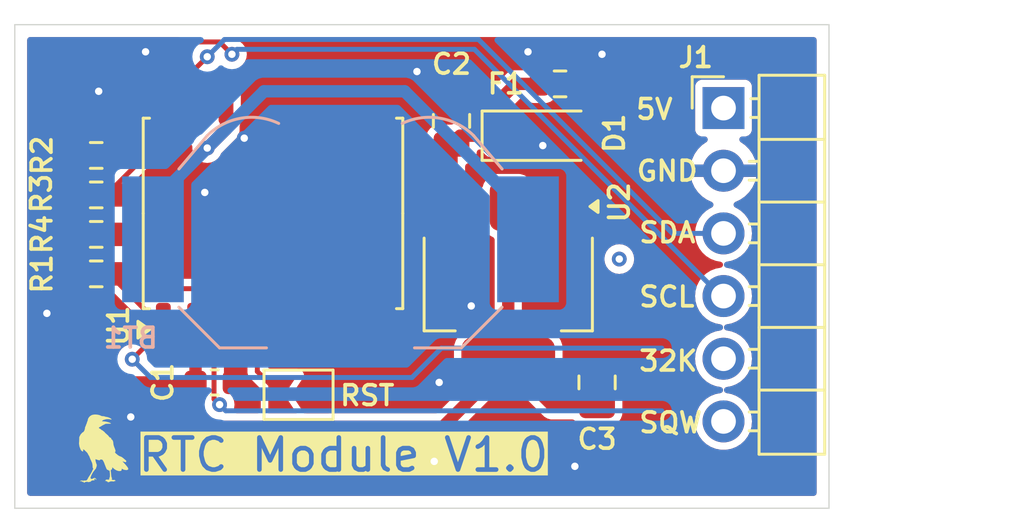
<source format=kicad_pcb>
(kicad_pcb (version 20240108) (generator "pcbnew") (generator_version "8.0")
  (layers (0 "F.Cu" signal) (31 "B.Cu" signal) (34 "B.Paste" user) (35 "F.Paste" user) (36 "B.SilkS" user "B.Silkscreen") (37 "F.SilkS" user "F.Silkscreen") (38 "B.Mask" user) (39 "F.Mask" user) (44 "Edge.Cuts" user))
  (net 0 "")
  (net 1 "GND")
  (net 2 "3.3V")
  (net 3 "Net-(D1-K)")
  (net 4 "5V")
  (net 5 "/SDA")
  (net 6 "/32KHZ")
  (net 7 "/SQW")
  (net 8 "/SCL")
  (net 9 "Net-(BT1-+)")
  (net 10 "/RST")
  (footprint "Resistor_SMD:R_0603_1608Metric" (layer "F.Cu") (at 151.2 61.9 180)
    (property "Reference" "F1" (at 2.2 0 0) (layer "F.SilkS") (effects (font (size 0.8 0.8))))
    (property "Value" "F0603FA0500V063TM")
    (pad "1" smd roundrect (at -0.825 0 180) (size 0.8 0.95) (layers "F.Cu" "F.Paste" "F.Mask") (net 4 "5V"))
    (pad "2" smd roundrect (at 0.825 0 180) (size 0.8 0.95) (layers "F.Cu" "F.Paste" "F.Mask") (net 3 "Net-(D1-K)"))
  )
  (footprint "Connector_PinHeader_2.54mm:PinHeader_1x06_P2.54mm_Horizontal" (layer "F.Cu") (at 157.825 62.88)
    (property "Reference" "J1" (at -1.125 -2.05 0) (layer "F.SilkS") (effects (font (size 0.8 0.8))))
    (property "Value" "DZ254W-11-06-65")
    (pad "1" thru_hole rect (at 0 0) (size 1.7 1.7) (drill 1) (layers "*.Cu" "*.Mask") (net 4 "5V"))
    (pad "2" thru_hole oval (at 0 2.54) (size 1.7 1.7) (drill 1) (layers "*.Cu" "*.Mask") (net 1 "GND"))
    (pad "3" thru_hole oval (at 0 5.08) (size 1.7 1.7) (drill 1) (layers "*.Cu" "*.Mask") (net 5 "/SDA"))
    (pad "4" thru_hole oval (at 0 7.62) (size 1.7 1.7) (drill 1) (layers "*.Cu" "*.Mask") (net 8 "/SCL"))
    (pad "5" thru_hole oval (at 0 10.16) (size 1.7 1.7) (drill 1) (layers "*.Cu" "*.Mask") (net 6 "/32KHZ"))
    (pad "6" thru_hole oval (at 0 12.7) (size 1.7 1.7) (drill 1) (layers "*.Cu" "*.Mask") (net 7 "/SQW"))
  )
  (footprint "LOGO" (layer "F.Cu") (at 132.7 76.7)
    (property "Reference" "G***" (hide yes))
    (property "Value" "LOGO" (hide yes))
  )
  (footprint "Package_SO:SOIC-16W_7.5x10.3mm_P1.27mm" (layer "F.Cu") (at 139.565 67.15 90)
    (property "Reference" "U1" (at -4.55 -6.265 -90) (layer "F.SilkS") (effects (font (size 0.8 0.8))))
    (property "Value" "DS3231SN#T&R")
    (pad "1" smd roundrect (at -4.65 -4.445 90) (size 2.05 0.6) (layers "F.Cu" "F.Paste" "F.Mask") (net 6 "/32KHZ"))
    (pad "2" smd roundrect (at -4.650001 -3.175 90) (size 2.05 0.6) (layers "F.Cu" "F.Paste" "F.Mask") (net 2 "3.3V"))
    (pad "3" smd roundrect (at -4.65 -1.905 90) (size 2.05 0.6) (layers "F.Cu" "F.Paste" "F.Mask") (net 7 "/SQW"))
    (pad "4" smd roundrect (at -4.65 -0.635 90) (size 2.05 0.6) (layers "F.Cu" "F.Paste" "F.Mask") (net 10 "/RST"))
    (pad "5" smd roundrect (at -4.65 0.635 90) (size 2.05 0.6) (layers "F.Cu" "F.Paste" "F.Mask") (net 1 "GND"))
    (pad "6" smd roundrect (at -4.65 1.905 90) (size 2.05 0.6) (layers "F.Cu" "F.Paste" "F.Mask") (net 1 "GND"))
    (pad "7" smd roundrect (at -4.650001 3.175 90) (size 2.05 0.6) (layers "F.Cu" "F.Paste" "F.Mask") (net 1 "GND"))
    (pad "8" smd roundrect (at -4.65 4.445 90) (size 2.05 0.6) (layers "F.Cu" "F.Paste" "F.Mask") (net 1 "GND"))
    (pad "9" smd roundrect (at 4.65 4.445 90) (size 2.05 0.6) (layers "F.Cu" "F.Paste" "F.Mask") (net 1 "GND"))
    (pad "10" smd roundrect (at 4.650001 3.175 90) (size 2.05 0.6) (layers "F.Cu" "F.Paste" "F.Mask") (net 1 "GND"))
    (pad "11" smd roundrect (at 4.65 1.905 90) (size 2.05 0.6) (layers "F.Cu" "F.Paste" "F.Mask") (net 1 "GND"))
    (pad "12" smd roundrect (at 4.65 0.635 90) (size 2.05 0.6) (layers "F.Cu" "F.Paste" "F.Mask") (net 1 "GND"))
    (pad "13" smd roundrect (at 4.65 -0.635 90) (size 2.05 0.6) (layers "F.Cu" "F.Paste" "F.Mask") (net 1 "GND"))
    (pad "14" smd roundrect (at 4.65 -1.905 90) (size 2.05 0.6) (layers "F.Cu" "F.Paste" "F.Mask") (net 9 "Net-(BT1-+)"))
    (pad "15" smd roundrect (at 4.650001 -3.175 90) (size 2.05 0.6) (layers "F.Cu" "F.Paste" "F.Mask") (net 5 "/SDA"))
    (pad "16" smd roundrect (at 4.65 -4.445 90) (size 2.05 0.6) (layers "F.Cu" "F.Paste" "F.Mask") (net 8 "/SCL"))
  )
  (footprint "Capacitor_SMD:C_0805_2012Metric" (layer "F.Cu") (at 152.7 74 90)
    (property "Reference" "C3" (at -2.300001 0 0) (layer "F.SilkS") (effects (font (size 0.8 0.8))))
    (property "Value" "22uF/10V")
    (pad "1" smd roundrect (at -0.949999 0 90) (size 1 1.45) (layers "F.Cu" "F.Paste" "F.Mask") (net 2 "3.3V"))
    (pad "2" smd roundrect (at 0.949999 0 90) (size 1 1.45) (layers "F.Cu" "F.Paste" "F.Mask") (net 1 "GND"))
  )
  (footprint "Diode_SMD:D_SOD-123" (layer "F.Cu") (at 150.4 64)
    (property "Reference" "D1" (at 3 -0.1 90) (layer "F.SilkS") (effects (font (size 0.8 0.8))))
    (property "Value" "MM1Z4V7")
    (pad "1" smd roundrect (at -1.65 0) (size 0.9 1.2) (layers "F.Cu" "F.Paste" "F.Mask") (net 3 "Net-(D1-K)"))
    (pad "2" smd roundrect (at 1.65 0) (size 0.9 1.2) (layers "F.Cu" "F.Paste" "F.Mask") (net 1 "GND"))
  )
  (footprint "Resistor_SMD:R_0603_1608Metric" (layer "F.Cu") (at 132.4 68)
    (property "Reference" "R4" (at -2.2 0 90) (layer "F.SilkS") (effects (font (size 0.8 0.8))))
    (property "Value" "4k7")
    (pad "1" smd roundrect (at -0.825 0) (size 0.8 0.95) (layers "F.Cu" "F.Paste" "F.Mask") (net 2 "3.3V"))
    (pad "2" smd roundrect (at 0.825 0) (size 0.8 0.95) (layers "F.Cu" "F.Paste" "F.Mask") (net 7 "/SQW"))
  )
  (footprint "Resistor_SMD:R_0603_1608Metric" (layer "F.Cu") (at 132.4 66.4)
    (property "Reference" "R3" (at -2.225 -0.06 90) (layer "F.SilkS") (effects (font (size 0.8 0.8))))
    (property "Value" "4k7")
    (pad "1" smd roundrect (at -0.825 0) (size 0.8 0.95) (layers "F.Cu" "F.Paste" "F.Mask") (net 2 "3.3V"))
    (pad "2" smd roundrect (at 0.825 0) (size 0.8 0.95) (layers "F.Cu" "F.Paste" "F.Mask") (net 5 "/SDA"))
  )
  (footprint "Capacitor_SMD:C_0805_2012Metric" (layer "F.Cu") (at 146.8 63.4 90)
    (property "Reference" "C2" (at 2.3 0 0) (layer "F.SilkS") (effects (font (size 0.8 0.8))))
    (property "Value" "10uF/10V")
    (pad "1" smd roundrect (at -0.949999 0 90) (size 1 1.45) (layers "F.Cu" "F.Paste" "F.Mask") (net 3 "Net-(D1-K)"))
    (pad "2" smd roundrect (at 0.949999 0 90) (size 1 1.45) (layers "F.Cu" "F.Paste" "F.Mask") (net 1 "GND"))
  )
  (footprint "Resistor_SMD:R_0603_1608Metric" (layer "F.Cu") (at 132.4 69.6)
    (property "Reference" "R1" (at -2.2 0 90) (layer "F.SilkS") (effects (font (size 0.8 0.8))))
    (property "Value" "4k7")
    (pad "1" smd roundrect (at -0.825 0) (size 0.8 0.95) (layers "F.Cu" "F.Paste" "F.Mask") (net 2 "3.3V"))
    (pad "2" smd roundrect (at 0.825 0) (size 0.8 0.95) (layers "F.Cu" "F.Paste" "F.Mask") (net 6 "/32KHZ"))
  )
  (footprint "Capacitor_SMD:C_0603_1608Metric" (layer "F.Cu") (at 137.2 74)
    (property "Reference" "C1" (at -2.1 0 90) (layer "F.SilkS") (effects (font (size 0.8 0.8))))
    (property "Value" "100n/10V")
    (pad "1" smd roundrect (at -0.775 0) (size 0.9 0.95) (layers "F.Cu" "F.Paste" "F.Mask") (net 2 "3.3V"))
    (pad "2" smd roundrect (at 0.775 0) (size 0.9 0.95) (layers "F.Cu" "F.Paste" "F.Mask") (net 1 "GND"))
  )
  (footprint "Jumper:SolderJumper-2_P1.3mm_Open_TrianglePad1.0x1.5mm" (layer "F.Cu") (at 140.6 74.5 180)
    (property "Reference" "JP1" (hide yes))
    (property "Value" "SolderJumper_2_Open")
    (pad "1" smd custom (at -0.724999 0 180) (size 0.3 0.3) (layers "F.Cu" "F.Mask") (net 1 "GND") (options (clearance outline) (anchor rect)) (primitives (gr_poly (pts (xy 1 0) (xy 0.5 0.75) (xy -0.5 0.75) (xy -0.5 -0.75) (xy 0.5 -0.75)) (width 0) (fill yes))))
    (pad "2" smd custom (at 0.724999 0 180) (size 0.3 0.3) (layers "F.Cu" "F.Mask") (net 10 "/RST") (options (clearance outline) (anchor rect)) (primitives (gr_poly (pts (xy 0.5 0.75) (xy -0.65 0.75) (xy -0.15 0) (xy -0.65 -0.75) (xy 0.5 -0.75)) (width 0) (fill yes))))
  )
  (footprint "Resistor_SMD:R_0603_1608Metric" (layer "F.Cu") (at 132.4 64.8)
    (property "Reference" "R2" (at -2.2 0 90) (layer "F.SilkS") (effects (font (size 0.8 0.8))))
    (property "Value" "4k7")
    (pad "1" smd roundrect (at -0.825 0) (size 0.8 0.95) (layers "F.Cu" "F.Paste" "F.Mask") (net 2 "3.3V"))
    (pad "2" smd roundrect (at 0.825 0) (size 0.8 0.95) (layers "F.Cu" "F.Paste" "F.Mask") (net 8 "/SCL"))
  )
  (footprint "Package_TO_SOT_SMD:SOT-223-3_TabPin2" (layer "F.Cu") (at 149.1 70 -90)
    (property "Reference" "U2" (at -3.3 -4.5 -90) (layer "F.SilkS") (effects (font (size 0.8 0.8))))
    (property "Value" "AMS1117-3.3")
    (pad "1" smd roundrect (at -3.15 -2.3 270) (size 2 1.5) (layers "F.Cu" "F.Paste" "F.Mask") (net 1 "GND"))
    (pad "2" smd roundrect (at -3.149999 0 270) (size 2 1.5) (layers "F.Cu" "F.Paste" "F.Mask") (net 2 "3.3V"))
    (pad "2" smd roundrect (at 3.149999 0 270) (size 2 3.8) (layers "F.Cu" "F.Paste" "F.Mask") (net 2 "3.3V"))
    (pad "3" smd roundrect (at -3.15 2.3 270) (size 2 1.5) (layers "F.Cu" "F.Paste" "F.Mask") (net 3 "Net-(D1-K)"))
  )
  (footprint "Battery:BatteryHolder_LINX_BAT-HLD-012-SMT" (layer "B.Cu") (at 142.3 68.2)
    (property "Reference" "BT1" (at -8.5 4 0) (layer "B.SilkS") (effects (font (size 0.8 0.8)) (justify mirror)))
    (property "Value" "Battery_Cell")
    (pad "1" smd rect (at -7.600001 0) (size 2.5 5.1) (layers "B.Cu" "B.Paste" "B.Mask") (net 9 "Net-(BT1-+)"))
    (pad "1" smd rect (at 7.600001 0) (size 2.5 5.1) (layers "B.Cu" "B.Paste" "B.Mask") (net 9 "Net-(BT1-+)"))
    (pad "2" smd circle (at 0 0) (size 10.2 10.2) (layers "B.Cu" "B.Mask") (net 1 "GND"))
  )
  (gr_line (start 162.1 59.5) (end 162.1 79.1) (stroke (width 0.05)) (layer "Edge.Cuts"))
  (gr_line (start 162.1 79.1) (end 129.1 79.1) (stroke (width 0.05)) (layer "Edge.Cuts"))
  (gr_line (start 129.1 79.1) (end 129.1 59.5) (stroke (width 0.05)) (layer "Edge.Cuts"))
  (gr_line (start 129.1 59.5) (end 162.1 59.5) (stroke (width 0.05)) (layer "Edge.Cuts"))
  (gr_text "GND" (at 154.225 65.9 0) (layer "F.SilkS") (effects (font (size 0.8 0.8) (thickness 0.15) (bold yes)) (justify left bottom)))
  (gr_text "RST" (at 142.2 75 0) (layer "F.SilkS") (effects (font (size 0.8 0.8)) (justify left bottom)))
  (gr_text "SCL" (at 154.325 71 0) (layer "F.SilkS") (effects (font (size 0.8 0.8) (thickness 0.15) (bold yes)) (justify left bottom)))
  (gr_text "SQW" (at 154.325 76.1 0) (layer "F.SilkS") (effects (font (size 0.8 0.8) (thickness 0.15) (bold yes)) (justify left bottom)))
  (gr_text "SDA" (at 154.325 68.4 0) (layer "F.SilkS") (effects (font (size 0.8 0.8) (thickness 0.15) (bold yes)) (justify left bottom)))
  (gr_text "32K" (at 154.325 73.6 0) (layer "F.SilkS") (effects (font (size 0.8 0.8) (thickness 0.15) (bold yes)) (justify left bottom)))
  (gr_text "RTC Module V1.0" (at 134 77.7 0) (layer "F.SilkS" knockout) (effects (font (size 1.3 1.3) (thickness 0.1875)) (justify left bottom)))
  (gr_text "5V" (at 154.2 63.4 0) (layer "F.SilkS") (effects (font (size 0.8 0.8) (thickness 0.15) (bold yes)) (justify left bottom)))
  (via (at 153.6 69) (size 0.6) (drill 0.3) (layers "F.Cu" "B.Cu") (net 0))
  (via (at 132.5 62.2) (size 0.6) (drill 0.3) (layers "F.Cu" "B.Cu") (net 1))
  (via (at 147.6 70.9) (size 0.6) (drill 0.3) (layers "F.Cu" "B.Cu") (net 1))
  (via (at 138.4 64.1) (size 0.6) (drill 0.3) (layers "F.Cu" "B.Cu") (net 1))
  (via (at 151.8 77.4) (size 0.6) (drill 0.3) (layers "F.Cu" "B.Cu") (net 1))
  (via (at 134.4 60.6) (size 0.6) (drill 0.3) (layers "F.Cu" "B.Cu") (net 1))
  (via (at 145.4 61.4) (size 0.6) (drill 0.3) (layers "F.Cu" "B.Cu") (net 1))
  (via (at 136.8 66.3) (size 0.6) (drill 0.3) (layers "F.Cu" "B.Cu") (net 1))
  (via (at 146.3 74) (size 0.6) (drill 0.3) (layers "F.Cu" "B.Cu") (net 1))
  (via (at 130.4 71.2) (size 0.6) (drill 0.3) (layers "F.Cu" "B.Cu") (net 1))
  (via (at 149.9 60.6) (size 0.6) (drill 0.3) (layers "F.Cu" "B.Cu") (net 1))
  (via (at 133.8 75.4) (size 0.6) (drill 0.3) (layers "F.Cu" "B.Cu") (net 1))
  (via (at 152.9 60.7) (size 0.6) (drill 0.3) (layers "F.Cu" "B.Cu") (net 1))
  (via (at 150.5 64.4) (size 0.6) (drill 0.3) (layers "F.Cu" "B.Cu") (net 1))
  (via (at 146.1 77.2) (size 0.6) (drill 0.3) (layers "F.Cu" "B.Cu") (net 1))
  (segment (start 136.425 74) (end 136.425 75.125) (width 0.5) (layer "F.Cu") (net 2))
  (segment (start 131.575 69.6) (end 131.575 72.075) (width 0.5) (layer "F.Cu") (net 2))
  (segment (start 136.425 71.835001) (end 136.39 71.800001) (width 0.5) (layer "F.Cu") (net 2))
  (segment (start 150.9 74.949999) (end 152.7 74.949999) (width 0.5) (layer "F.Cu") (net 2))
  (segment (start 131.575 64.8) (end 131.575 69.6) (width 0.5) (layer "F.Cu") (net 2))
  (segment (start 149.1 66.850001) (end 149.1 73.149999) (width 0.5) (layer "F.Cu") (net 2))
  (segment (start 146.449999 75.8) (end 149.1 73.149999) (width 0.5) (layer "F.Cu") (net 2))
  (segment (start 149.1 73.149999) (end 150.9 74.949999) (width 0.5) (layer "F.Cu") (net 2))
  (segment (start 136.425 75.125) (end 137.1 75.8) (width 0.5) (layer "F.Cu") (net 2))
  (segment (start 136.425 74) (end 136.425 71.835001) (width 0.5) (layer "F.Cu") (net 2))
  (segment (start 137.1 75.8) (end 146.449999 75.8) (width 0.5) (layer "F.Cu") (net 2))
  (segment (start 133.5 74) (end 136.425 74) (width 0.5) (layer "F.Cu") (net 2))
  (segment (start 131.575 72.075) (end 133.5 74) (width 0.5) (layer "F.Cu") (net 2))
  (segment (start 146.8 64.349999) (end 146.8 66.85) (width 0.5) (layer "F.Cu") (net 3))
  (segment (start 150.375 61.9) (end 149.4 61.9) (width 0.5) (layer "F.Cu") (net 3))
  (segment (start 147.149999 64) (end 146.8 64.349999) (width 0.5) (layer "F.Cu") (net 3))
  (segment (start 149.4 61.9) (end 148.75 62.55) (width 0.5) (layer "F.Cu") (net 3))
  (segment (start 148.75 64) (end 147.149999 64) (width 0.5) (layer "F.Cu") (net 3))
  (segment (start 148.75 62.55) (end 148.75 64) (width 0.5) (layer "F.Cu") (net 3))
  (segment (start 153.8 61.9) (end 152.025 61.9) (width 0.5) (layer "F.Cu") (net 4))
  (segment (start 154.35 62.45) (end 153.8 61.9) (width 0.5) (layer "F.Cu") (net 4))
  (segment (start 155.325 62.45) (end 154.35 62.45) (width 0.5) (layer "F.Cu") (net 4))
  (segment (start 134.1 64.6) (end 134.7 64) (width 0.2) (layer "F.Cu") (net 5))
  (segment (start 134.1 65.112648) (end 134.1 64.6) (width 0.2) (layer "F.Cu") (net 5))
  (segment (start 136.39 61.31) (end 136.9 60.8) (width 0.2) (layer "F.Cu") (net 5))
  (segment (start 133.225 65.987648) (end 134.1 65.112648) (width 0.2) (layer "F.Cu") (net 5))
  (segment (start 133.225 66.4) (end 133.225 65.987648) (width 0.2) (layer "F.Cu") (net 5))
  (segment (start 135.914998 64) (end 136.39 63.524998) (width 0.2) (layer "F.Cu") (net 5))
  (segment (start 136.39 63.524998) (end 136.39 62.499999) (width 0.2) (layer "F.Cu") (net 5))
  (segment (start 136.39 62.499999) (end 136.39 61.31) (width 0.2) (layer "F.Cu") (net 5))
  (segment (start 134.7 64) (end 135.914998 64) (width 0.2) (layer "F.Cu") (net 5))
  (via (at 136.9 60.8) (size 0.6) (drill 0.3) (layers "F.Cu" "B.Cu") (net 5))
  (segment (start 137.6 60.1) (end 147.895 60.1) (width 0.2) (layer "B.Cu") (net 5))
  (segment (start 155.755 67.96) (end 157.825 67.96) (width 0.2) (layer "B.Cu") (net 5))
  (segment (start 147.895 60.1) (end 155.755 67.96) (width 0.2) (layer "B.Cu") (net 5))
  (segment (start 136.9 60.8) (end 137.6 60.1) (width 0.2) (layer "B.Cu") (net 5))
  (segment (start 133.86 73.06) (end 135.12 71.8) (width 0.2) (layer "F.Cu") (net 6))
  (segment (start 133.225 69.905) (end 135.12 71.8) (width 0.2) (layer "F.Cu") (net 6))
  (segment (start 133.225 69.6) (end 133.225 69.905) (width 0.2) (layer "F.Cu") (net 6))
  (via (at 133.86 73.06) (size 0.6) (drill 0.3) (layers "F.Cu" "B.Cu") (net 6))
  (segment (start 133.86 73.06) (end 134.6 73.8) (width 0.2) (layer "B.Cu") (net 6))
  (segment (start 146.39 72.61) (end 155.325 72.61) (width 0.2) (layer "B.Cu") (net 6))
  (segment (start 134.6 73.8) (end 145.2 73.8) (width 0.2) (layer "B.Cu") (net 6))
  (segment (start 145.2 73.8) (end 146.39 72.61) (width 0.2) (layer "B.Cu") (net 6))
  (segment (start 137.084999 70.2) (end 137.66 70.775001) (width 0.2) (layer "F.Cu") (net 7))
  (segment (start 137.175 74.675) (end 137.175 72.285) (width 0.2) (layer "F.Cu") (net 7))
  (segment (start 135.425 70.2) (end 137.084999 70.2) (width 0.2) (layer "F.Cu") (net 7))
  (segment (start 137.175 72.285) (end 137.66 71.8) (width 0.2) (layer "F.Cu") (net 7))
  (segment (start 137.66 70.775001) (end 137.66 71.8) (width 0.2) (layer "F.Cu") (net 7))
  (segment (start 137.4 74.9) (end 137.175 74.675) (width 0.2) (layer "F.Cu") (net 7))
  (segment (start 133.225 68) (end 135.425 70.2) (width 0.2) (layer "F.Cu") (net 7))
  (via (at 137.4 74.9) (size 0.6) (drill 0.3) (layers "F.Cu" "B.Cu") (net 7))
  (segment (start 137.65 75.15) (end 155.325 75.15) (width 0.2) (layer "B.Cu") (net 7))
  (segment (start 137.4 74.9) (end 137.65 75.15) (width 0.2) (layer "B.Cu") (net 7))
  (segment (start 135.12 61.475001) (end 136.395001 60.2) (width 0.2) (layer "F.Cu") (net 8))
  (segment (start 136.395001 60.2) (end 137.4 60.2) (width 0.2) (layer "F.Cu") (net 8))
  (segment (start 137.4 60.2) (end 137.9 60.7) (width 0.2) (layer "F.Cu") (net 8))
  (segment (start 135.12 62.5) (end 135.12 61.475001) (width 0.2) (layer "F.Cu") (net 8))
  (segment (start 133.3 64.8) (end 135.12 62.98) (width 0.2) (layer "F.Cu") (net 8))
  (segment (start 133.225 64.8) (end 133.3 64.8) (width 0.2) (layer "F.Cu") (net 8))
  (segment (start 135.12 62.98) (end 135.12 62.5) (width 0.2) (layer "F.Cu") (net 8))
  (via (at 137.9 60.7) (size 0.6) (drill 0.3) (layers "F.Cu" "B.Cu") (net 8))
  (segment (start 137.9 60.7) (end 138.1 60.5) (width 0.2) (layer "B.Cu") (net 8))
  (segment (start 147.729314 60.5) (end 157.729314 70.5) (width 0.2) (layer "B.Cu") (net 8))
  (segment (start 138.1 60.5) (end 147.729314 60.5) (width 0.2) (layer "B.Cu") (net 8))
  (segment (start 157.729314 70.5) (end 157.825 70.5) (width 0.2) (layer "B.Cu") (net 8))
  (segment (start 137.66 63.74) (end 137.66 62.5) (width 0.5) (layer "F.Cu") (net 9))
  (segment (start 136.9 64.5) (end 137.66 63.74) (width 0.5) (layer "F.Cu") (net 9))
  (via (at 136.9 64.5) (size 0.6) (drill 0.3) (layers "F.Cu" "B.Cu") (net 9))
  (segment (start 149.900001 67.200001) (end 144.9 62.2) (width 0.5) (layer "B.Cu") (net 9))
  (segment (start 139.2 62.2) (end 136.9 64.5) (width 0.5) (layer "B.Cu") (net 9))
  (segment (start 144.9 62.2) (end 139.2 62.2) (width 0.5) (layer "B.Cu") (net 9))
  (segment (start 134.699999 66.700001) (end 136.9 64.5) (width 0.5) (layer "B.Cu") (net 9))
  (segment (start 149.900001 68.2) (end 149.900001 67.200001) (width 0.5) (layer "B.Cu") (net 9))
  (segment (start 134.699999 68.2) (end 134.699999 66.700001) (width 0.5) (layer "B.Cu") (net 9))
  (segment (start 138.93 71.8) (end 138.93 73.554999) (width 0.2) (layer "F.Cu") (net 10))
  (segment (start 138.93 73.554999) (end 139.875001 74.5) (width 0.2) (layer "F.Cu") (net 10))
  (zone (net 1) (net_name "GND") (layers "F&B.Cu") (connect_pads yes (clearance 0.3)) (min_thickness 0.25) (fill yes (thermal_gap 0.5) (thermal_bridge_width 0.5))
    (polygon (pts (xy 164 58.5) (xy 164 80) (xy 128.5 80) (xy 128.5 58.5)))
  )
)
</source>
